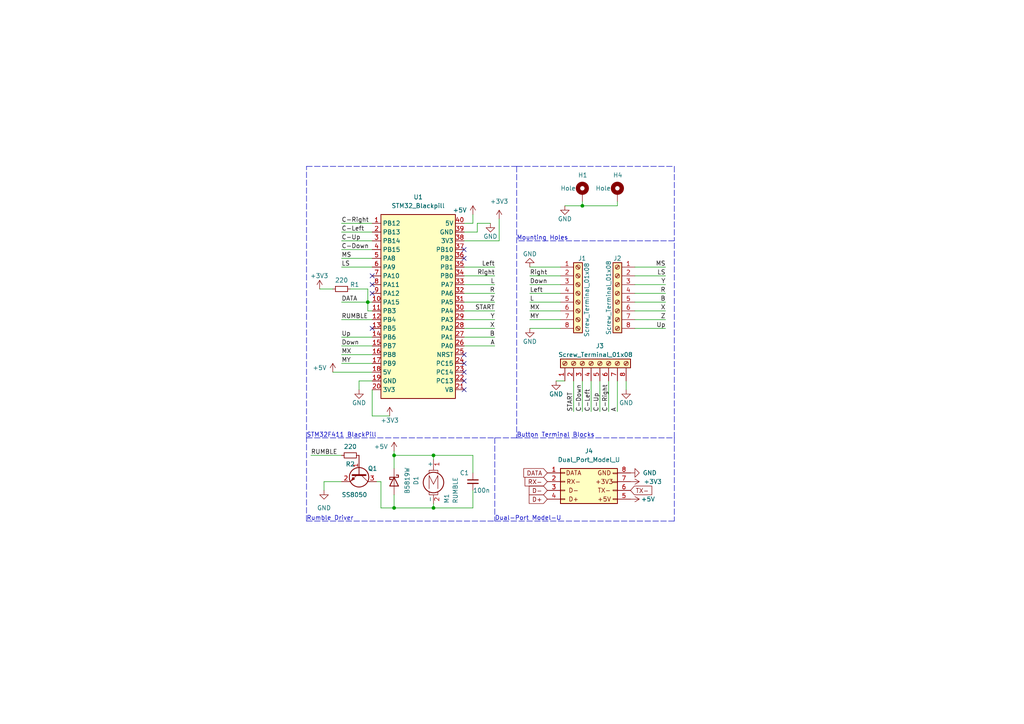
<source format=kicad_sch>
(kicad_sch (version 20211123) (generator eeschema)
  (paper "A4")
  (title_block (title "Fastbox Modular") (date "2022-02-14") (rev "1.0") (company "Sergio Dhelomme"))
  (lib_symbols
    (symbol "Connector:Screw_Terminal_01x08" (pin_names (offset 1.016) hide)
      (property "Reference" "J" (at 0 10.16 0))
      (property "Value" "Screw_Terminal_01x08" (at 0 -12.7 0))
      (symbol "Screw_Terminal_01x08_1_1"
        (rectangle (start -1.27 8.89) (end 1.27 -11.43) (stroke (width 0.254)) (fill (type background)))
        (circle (center 0 -10.16) (radius 0.635) (stroke (width 0.1524)))
        (circle (center 0 -7.62) (radius 0.635) (stroke (width 0.1524)))
        (circle (center 0 -5.08) (radius 0.635) (stroke (width 0.1524)))
        (circle (center 0 -2.54) (radius 0.635) (stroke (width 0.1524)))
        (polyline (pts (xy -0.5334 -9.8298) (xy 0.3302 -10.668)) (stroke (width 0.1524)))
        (polyline (pts (xy -0.5334 -7.2898) (xy 0.3302 -8.128)) (stroke (width 0.1524)))
        (polyline (pts (xy -0.5334 -4.7498) (xy 0.3302 -5.588)) (stroke (width 0.1524)))
        (polyline (pts (xy -0.5334 -2.2098) (xy 0.3302 -3.048)) (stroke (width 0.1524)))
        (polyline (pts (xy -0.5334 0.3302) (xy 0.3302 -0.508)) (stroke (width 0.1524)))
        (polyline (pts (xy -0.5334 2.8702) (xy 0.3302 2.032)) (stroke (width 0.1524)))
        (polyline (pts (xy -0.5334 5.4102) (xy 0.3302 4.572)) (stroke (width 0.1524)))
        (polyline (pts (xy -0.5334 7.9502) (xy 0.3302 7.112)) (stroke (width 0.1524)))
        (polyline (pts (xy -0.3556 -9.652) (xy 0.508 -10.4902)) (stroke (width 0.1524)))
        (polyline (pts (xy -0.3556 -7.112) (xy 0.508 -7.9502)) (stroke (width 0.1524)))
        (polyline (pts (xy -0.3556 -4.572) (xy 0.508 -5.4102)) (stroke (width 0.1524)))
        (polyline (pts (xy -0.3556 -2.032) (xy 0.508 -2.8702)) (stroke (width 0.1524)))
        (polyline (pts (xy -0.3556 0.508) (xy 0.508 -0.3302)) (stroke (width 0.1524)))
        (polyline (pts (xy -0.3556 3.048) (xy 0.508 2.2098)) (stroke (width 0.1524)))
        (polyline (pts (xy -0.3556 5.588) (xy 0.508 4.7498)) (stroke (width 0.1524)))
        (polyline (pts (xy -0.3556 8.128) (xy 0.508 7.2898)) (stroke (width 0.1524)))
        (circle (center 0 0) (radius 0.635) (stroke (width 0.1524)))
        (circle (center 0 2.54) (radius 0.635) (stroke (width 0.1524)))
        (circle (center 0 5.08) (radius 0.635) (stroke (width 0.1524)))
        (circle (center 0 7.62) (radius 0.635) (stroke (width 0.1524)))
        (pin passive line (at -5.08 7.62 0) (length 3.81) (name "Pin_1") (number "1"))
        (pin passive line (at -5.08 5.08 0) (length 3.81) (name "Pin_2") (number "2"))
        (pin passive line (at -5.08 2.54 0) (length 3.81) (name "Pin_3") (number "3"))
        (pin passive line (at -5.08 0 0) (length 3.81) (name "Pin_4") (number "4"))
        (pin passive line (at -5.08 -2.54 0) (length 3.81) (name "Pin_5") (number "5"))
        (pin passive line (at -5.08 -5.08 0) (length 3.81) (name "Pin_6") (number "6"))
        (pin passive line (at -5.08 -7.62 0) (length 3.81) (name "Pin_7") (number "7"))
        (pin passive line (at -5.08 -10.16 0) (length 3.81) (name "Pin_8") (number "8"))
      )
    )
    (symbol "Device:C_Small" (pin_numbers hide) (pin_names (offset 0.254) hide)
      (property "Reference" "C" (at 0.254 1.778 0))
      (property "Value" "C_Small" (at 0.254 -2.032 0))
      (symbol "C_Small_0_1"
        (polyline (pts (xy -1.524 -0.508) (xy 1.524 -0.508)) (stroke (width 0.3302)))
        (polyline (pts (xy -1.524 0.508) (xy 1.524 0.508)) (stroke (width 0.3048)))
      )
      (symbol "C_Small_1_1"
        (pin passive line (at 0 2.54 270) (length 2.032) (name "~") (number "1"))
        (pin passive line (at 0 -2.54 90) (length 2.032) (name "~") (number "2"))
      )
    )
    (symbol "Device:D_Schottky" (pin_numbers hide) (pin_names (offset 1.016) hide)
      (property "Reference" "D" (at 0 2.54 0))
      (property "Value" "D_Schottky" (at 0 -2.54 0))
      (symbol "D_Schottky_0_1"
        (polyline (pts (xy 1.27 0) (xy -1.27 0)))
        (polyline (pts (xy 1.27 1.27) (xy 1.27 -1.27) (xy -1.27 0) (xy 1.27 1.27)) (stroke (width 0.254)))
        (polyline (pts (xy -1.905 0.635) (xy -1.905 1.27) (xy -1.27 1.27) (xy -1.27 -1.27) (xy -0.635 -1.27) (xy -0.635 -0.635)) (stroke (width 0.254)))
      )
      (symbol "D_Schottky_1_1"
        (pin passive line (at -3.81 0 0) (length 2.54) (name "K") (number "1"))
        (pin passive line (at 3.81 0 180) (length 2.54) (name "A") (number "2"))
      )
    )
    (symbol "Device:Q_NPN_BEC" (pin_names (offset 0) hide)
      (property "Reference" "Q" (at 5.08 1.27 0))
      (property "Value" "Q_NPN_BEC" (at 5.08 -1.27 0))
      (symbol "Q_NPN_BEC_0_1"
        (polyline (pts (xy 0.635 0.635) (xy 2.54 2.54)))
        (polyline (pts (xy 0.635 -0.635) (xy 2.54 -2.54) (xy 2.54 -2.54)))
        (polyline (pts (xy 0.635 1.905) (xy 0.635 -1.905) (xy 0.635 -1.905)) (stroke (width 0.508)))
        (polyline (pts (xy 1.27 -1.778) (xy 1.778 -1.27) (xy 2.286 -2.286) (xy 1.27 -1.778) (xy 1.27 -1.778)) (fill (type outline)))
        (circle (center 1.27 0) (radius 2.8194) (stroke (width 0.254)))
      )
      (symbol "Q_NPN_BEC_1_1"
        (pin input line (at -5.08 0 0) (length 5.715) (name "B") (number "1"))
        (pin passive line (at 2.54 -5.08 90) (length 2.54) (name "E") (number "2"))
        (pin passive line (at 2.54 5.08 270) (length 2.54) (name "C") (number "3"))
      )
    )
    (symbol "Device:R_Small" (pin_numbers hide) (pin_names (offset 0.254) hide)
      (property "Reference" "R" (at 0.762 0.508 0))
      (property "Value" "R_Small" (at 0.762 -1.016 0))
      (symbol "R_Small_0_1"
        (rectangle (start -0.762 1.778) (end 0.762 -1.778) (stroke (width 0.2032)))
      )
      (symbol "R_Small_1_1"
        (pin passive line (at 0 2.54 270) (length 0.762) (name "~") (number "1"))
        (pin passive line (at 0 -2.54 90) (length 0.762) (name "~") (number "2"))
      )
    )
    (symbol "Mechanical:MountingHole_Pad" (pin_numbers hide) (pin_names (offset 1.016) hide)
      (property "Reference" "H" (at 0 6.35 0))
      (property "Value" "MountingHole_Pad" (at 0 4.445 0))
      (symbol "MountingHole_Pad_0_1"
        (circle (center 0 1.27) (radius 1.27) (stroke (width 1.27)))
      )
      (symbol "MountingHole_Pad_1_1"
        (pin input line (at 0 -2.54 90) (length 2.54) (name "1") (number "1"))
      )
    )
    (symbol "Motor:Motor_DC_ALT" (pin_names (offset 0))
      (property "Reference" "M" (at 2.54 2.54 0))
      (property "Value" "Motor_DC_ALT" (at 2.54 -5.08 0))
      (symbol "Motor_DC_ALT_0_0"
        (circle (center 0 -1.524) (radius 2.9718) (stroke (width 0.254)))
        (polyline (pts (xy -1.27 -4.318) (xy -1.27 -5.08) (xy 1.27 -5.08) (xy 1.27 -4.318)))
        (polyline (pts (xy -1.27 1.27) (xy -1.27 2.032) (xy 1.27 2.032) (xy 1.27 1.27)))
        (polyline (pts (xy -1.27 -3.302) (xy -1.27 0.508) (xy 0 -2.032) (xy 1.27 0.508) (xy 1.27 -3.302)))
      )
      (symbol "Motor_DC_ALT_0_1"
        (polyline (pts (xy 0 2.032) (xy 0 2.54)))
      )
      (symbol "Motor_DC_ALT_1_1"
        (pin passive line (at 0 5.08 270) (length 2.54) (name "+") (number "1"))
        (pin passive line (at 0 -7.62 90) (length 2.54) (name "-") (number "2"))
      )
    )
    (symbol "Sergio_library:Dual_Port_Model_U" (pin_names (offset 1.016) hide)
      (property "Reference" "J" (at 1.27 5.08 0))
      (property "Value" "Dual_Port_Model_U" (at 7.62 -7.62 0))
      (symbol "Dual_Port_Model_U_0_0"
        (text "+3V3" (at 11.43 0 0) (effects (font (size 1.27 1.27))))
        (text "+5V" (at 11.43 -5.08 0) (effects (font (size 1.27 1.27))))
        (text "D+" (at 2.54 -5.08 0) (effects (font (size 1.27 1.27))))
        (text "D-" (at 2.54 -2.54 0) (effects (font (size 1.27 1.27))))
        (text "DATA" (at 2.54 2.54 0) (effects (font (size 1.27 1.27))))
        (text "GND" (at 11.43 2.54 0) (effects (font (size 1.27 1.27))))
        (text "RX-" (at 2.54 0 0) (effects (font (size 1.27 1.27))))
        (text "TX-" (at 11.43 -2.54 0) (effects (font (size 1.27 1.27))))
      )
      (symbol "Dual_Port_Model_U_1_1"
        (rectangle (start -1.27 -4.953) (end 0 -5.207) (stroke (width 0.1524)))
        (rectangle (start -1.27 -2.413) (end 0 -2.667) (stroke (width 0.1524)))
        (rectangle (start -1.27 0.127) (end 0 -0.127) (stroke (width 0.1524)))
        (rectangle (start -1.27 2.667) (end 0 2.413) (stroke (width 0.1524)))
        (rectangle (start -1.27 3.81) (end 15.24 -6.35) (stroke (width 0.254)) (fill (type background)))
        (rectangle (start 13.97 0) (end 15.24 -0.254) (stroke (width 0.1524)))
        (rectangle (start 15.24 -4.953) (end 13.97 -5.207) (stroke (width 0.1524)))
        (rectangle (start 15.24 -2.413) (end 13.97 -2.667) (stroke (width 0.1524)))
        (rectangle (start 15.24 2.54) (end 13.97 2.286) (stroke (width 0.1524)))
        (pin passive line (at -5.08 2.54 0) (length 3.81) (name "Pin_1") (number "1"))
        (pin passive line (at -5.08 0 0) (length 3.81) (name "Pin_2") (number "2"))
        (pin passive line (at -5.08 -2.54 0) (length 3.81) (name "Pin_3") (number "3"))
        (pin passive line (at -5.08 -5.08 0) (length 3.81) (name "Pin_4") (number "4"))
        (pin power_in line (at 19.05 -5.08 180) (length 3.81) (name "Pin_5") (number "5"))
        (pin passive line (at 19.05 -2.54 180) (length 3.81) (name "Pin_6") (number "6"))
        (pin power_in line (at 19.05 0 180) (length 3.81) (name "Pin_7") (number "7"))
        (pin passive line (at 19.05 2.54 180) (length 3.81) (name "Pin_8") (number "8"))
      )
    )
    (symbol "Sergio_library:STM32_Blackpill"
      (property "Reference" "U1" (at -0.635 33.02 0))
      (property "Value" "STM32_Blackpill" (at -0.635 30.48 0))
      (symbol "STM32_Blackpill_0_1"
        (rectangle (start -11.43 27.94) (end 10.16 -25.4) (stroke (width 0.254)) (fill (type background)))
      )
      (symbol "STM32_Blackpill_1_1"
        (pin bidirectional line (at -13.97 25.4 0) (length 2.54) (name "PB12") (number "1"))
        (pin bidirectional line (at -13.97 2.54 0) (length 2.54) (name "PA15") (number "10"))
        (pin bidirectional line (at -13.97 0 0) (length 2.54) (name "PB3") (number "11"))
        (pin bidirectional line (at -13.97 -2.54 0) (length 2.54) (name "PB4") (number "12"))
        (pin bidirectional line (at -13.97 -5.08 0) (length 2.54) (name "PB5") (number "13"))
        (pin bidirectional line (at -13.97 -7.62 0) (length 2.54) (name "PB6") (number "14"))
        (pin bidirectional line (at -13.97 -10.16 0) (length 2.54) (name "PB7") (number "15"))
        (pin bidirectional line (at -13.97 -12.7 0) (length 2.54) (name "PB8") (number "16"))
        (pin bidirectional line (at -13.97 -15.24 0) (length 2.54) (name "PB9") (number "17"))
        (pin power_out line (at -13.97 -17.78 0) (length 2.54) (name "5V") (number "18"))
        (pin power_out line (at -13.97 -20.32 0) (length 2.54) (name "GND") (number "19"))
        (pin bidirectional line (at -13.97 22.86 0) (length 2.54) (name "PB13") (number "2"))
        (pin power_out line (at -13.97 -22.86 0) (length 2.54) (name "3V3") (number "20"))
        (pin power_in line (at 12.7 -22.86 180) (length 2.54) (name "VB") (number "21"))
        (pin bidirectional line (at 12.7 -20.32 180) (length 2.54) (name "PC13") (number "22"))
        (pin bidirectional line (at 12.7 -17.78 180) (length 2.54) (name "PC14") (number "23"))
        (pin bidirectional line (at 12.7 -15.24 180) (length 2.54) (name "PC15") (number "24"))
        (pin input line (at 12.7 -12.7 180) (length 2.54) (name "NRST") (number "25"))
        (pin bidirectional line (at 12.7 -10.16 180) (length 2.54) (name "PA0") (number "26"))
        (pin bidirectional line (at 12.7 -7.62 180) (length 2.54) (name "PA1") (number "27"))
        (pin bidirectional line (at 12.7 -5.08 180) (length 2.54) (name "PA2") (number "28"))
        (pin bidirectional line (at 12.7 -2.54 180) (length 2.54) (name "PA3") (number "29"))
        (pin bidirectional line (at -13.97 20.32 0) (length 2.54) (name "PB14") (number "3"))
        (pin bidirectional line (at 12.7 0 180) (length 2.54) (name "PA4") (number "30"))
        (pin bidirectional line (at 12.7 2.54 180) (length 2.54) (name "PA5") (number "31"))
        (pin bidirectional line (at 12.7 5.08 180) (length 2.54) (name "PA6") (number "32"))
        (pin bidirectional line (at 12.7 7.62 180) (length 2.54) (name "PA7") (number "33"))
        (pin bidirectional line (at 12.7 10.16 180) (length 2.54) (name "PB0") (number "34"))
        (pin bidirectional line (at 12.7 12.7 180) (length 2.54) (name "PB1") (number "35"))
        (pin bidirectional line (at 12.7 15.24 180) (length 2.54) (name "PB2") (number "36"))
        (pin bidirectional line (at 12.7 17.78 180) (length 2.54) (name "PB10") (number "37"))
        (pin power_in line (at 12.7 20.32 180) (length 2.54) (name "3V3") (number "38"))
        (pin power_in line (at 12.7 22.86 180) (length 2.54) (name "GND") (number "39"))
        (pin bidirectional line (at -13.97 17.78 0) (length 2.54) (name "PB15") (number "4"))
        (pin power_in line (at 12.7 25.4 180) (length 2.54) (name "5V") (number "40"))
        (pin bidirectional line (at -13.97 15.24 0) (length 2.54) (name "PA8") (number "5"))
        (pin bidirectional line (at -13.97 12.7 0) (length 2.54) (name "PA9") (number "6"))
        (pin bidirectional line (at -13.97 10.16 0) (length 2.54) (name "PA10") (number "7"))
        (pin bidirectional line (at -13.97 7.62 0) (length 2.54) (name "PA11") (number "8"))
        (pin bidirectional line (at -13.97 5.08 0) (length 2.54) (name "PA12") (number "9"))
      )
    )
    (symbol "power:+3V3" (power) (pin_names (offset 0))
      (property "Value" "+3V3" (at 0 3.556 0))
      (symbol "+3V3_0_1"
        (polyline (pts (xy -0.762 1.27) (xy 0 2.54)))
        (polyline (pts (xy 0 0) (xy 0 2.54)))
        (polyline (pts (xy 0 2.54) (xy 0.762 1.27)))
      )
      (symbol "+3V3_1_1"
        (pin power_in line (at 0 0 90) (length 0) hide (name "+3V3") (number "1"))
      )
    )
    (symbol "power:+5V" (power) (pin_names (offset 0))
      (property "Value" "+5V" (at 0 3.556 0))
      (symbol "+5V_0_1"
        (polyline (pts (xy -0.762 1.27) (xy 0 2.54)))
        (polyline (pts (xy 0 0) (xy 0 2.54)))
        (polyline (pts (xy 0 2.54) (xy 0.762 1.27)))
      )
      (symbol "+5V_1_1"
        (pin power_in line (at 0 0 90) (length 0) hide (name "+5V") (number "1"))
      )
    )
    (symbol "power:GND" (power) (pin_names (offset 0))
      (property "Value" "GND" (at 0 -3.81 0))
      (symbol "GND_0_1"
        (polyline (pts (xy 0 0) (xy 0 -1.27) (xy 1.27 -1.27) (xy 0 -2.54) (xy -1.27 -1.27) (xy 0 -1.27)))
      )
      (symbol "GND_1_1"
        (pin power_in line (at 0 0 270) (length 0) hide (name "GND") (number "1"))
      )
    )
  )
  (junction (at 114.3 132.08))
  (junction (at 114.3 147.32))
  (junction (at 125.73 132.08))
  (junction (at 106.68 87.63))
  (junction (at 125.73 147.32))
  (junction (at 168.91 59.69))
  (no_connect (at 107.95 82.55))
  (no_connect (at 107.95 80.01))
  (no_connect (at 134.62 102.87))
  (no_connect (at 134.62 113.03))
  (no_connect (at 134.62 107.95))
  (no_connect (at 134.62 110.49))
  (no_connect (at 134.62 105.41))
  (no_connect (at 134.62 72.39))
  (no_connect (at 134.62 74.93))
  (no_connect (at 107.95 85.09))
  (no_connect (at 107.95 95.25))
  (wire (pts (xy 179.07 110.49) (xy 179.07 119.38)))
  (polyline (pts (xy 88.9 151.13) (xy 143.51 151.13)))
  (polyline (pts (xy 149.86 48.26) (xy 195.58 48.26)))
  (wire (pts (xy 137.16 142.24) (xy 137.16 147.32)))
  (wire (pts (xy 184.15 77.47) (xy 193.04 77.47)))
  (wire (pts (xy 134.62 87.63) (xy 143.51 87.63)))
  (wire (pts (xy 168.91 119.38) (xy 168.91 110.49)))
  (wire (pts (xy 107.95 102.87) (xy 99.06 102.87)))
  (wire (pts (xy 114.3 132.08) (xy 114.3 135.89)))
  (wire (pts (xy 134.62 100.33) (xy 143.51 100.33)))
  (wire (pts (xy 99.06 132.08) (xy 90.17 132.08)))
  (wire (pts (xy 184.15 85.09) (xy 193.04 85.09)))
  (polyline (pts (xy 143.51 127) (xy 143.51 151.13)))
  (polyline (pts (xy 195.58 69.85) (xy 149.86 69.85)))
  (wire (pts (xy 134.62 97.79) (xy 143.51 97.79)))
  (wire (pts (xy 138.43 67.31) (xy 138.43 64.77)))
  (wire (pts (xy 125.73 132.08) (xy 125.73 133.35)))
  (wire (pts (xy 134.62 77.47) (xy 143.51 77.47)))
  (wire (pts (xy 107.95 77.47) (xy 99.06 77.47)))
  (wire (pts (xy 179.07 59.69) (xy 179.07 58.42)))
  (wire (pts (xy 106.68 90.17) (xy 106.68 87.63)))
  (polyline (pts (xy 88.9 127) (xy 88.9 48.26)))
  (wire (pts (xy 162.56 85.09) (xy 153.67 85.09)))
  (polyline (pts (xy 195.58 127) (xy 195.58 151.13)))
  (wire (pts (xy 162.56 80.01) (xy 153.67 80.01)))
  (wire (pts (xy 176.53 110.49) (xy 176.53 119.38)))
  (wire (pts (xy 107.95 69.85) (xy 99.06 69.85)))
  (wire (pts (xy 138.43 64.77) (xy 142.24 64.77)))
  (wire (pts (xy 107.95 74.93) (xy 99.06 74.93)))
  (wire (pts (xy 125.73 146.05) (xy 125.73 147.32)))
  (wire (pts (xy 168.91 59.69) (xy 179.07 59.69)))
  (wire (pts (xy 109.22 139.7) (xy 110.49 139.7)))
  (wire (pts (xy 162.56 92.71) (xy 153.67 92.71)))
  (wire (pts (xy 134.62 95.25) (xy 143.51 95.25)))
  (wire (pts (xy 144.78 69.85) (xy 144.78 63.5)))
  (wire (pts (xy 184.15 87.63) (xy 193.04 87.63)))
  (polyline (pts (xy 195.58 127) (xy 195.58 69.85)))
  (wire (pts (xy 162.56 82.55) (xy 153.67 82.55)))
  (wire (pts (xy 162.56 77.47) (xy 153.67 77.47)))
  (polyline (pts (xy 149.86 127) (xy 143.51 127)))
  (wire (pts (xy 184.15 80.01) (xy 193.04 80.01)))
  (wire (pts (xy 93.98 139.7) (xy 93.98 142.24)))
  (wire (pts (xy 163.83 59.69) (xy 168.91 59.69)))
  (wire (pts (xy 107.95 90.17) (xy 106.68 90.17)))
  (wire (pts (xy 106.68 83.82) (xy 106.68 87.63)))
  (wire (pts (xy 99.06 139.7) (xy 93.98 139.7)))
  (wire (pts (xy 137.16 64.77) (xy 134.62 64.77)))
  (wire (pts (xy 107.95 110.49) (xy 104.14 110.49)))
  (wire (pts (xy 184.15 92.71) (xy 193.04 92.71)))
  (polyline (pts (xy 88.9 127) (xy 143.51 127)))
  (wire (pts (xy 107.95 105.41) (xy 99.06 105.41)))
  (wire (pts (xy 114.3 130.81) (xy 114.3 132.08)))
  (polyline (pts (xy 195.58 48.26) (xy 195.58 69.85)))
  (wire (pts (xy 134.62 90.17) (xy 143.51 90.17)))
  (polyline (pts (xy 88.9 48.26) (xy 149.86 48.26)))
  (wire (pts (xy 162.56 87.63) (xy 153.67 87.63)))
  (wire (pts (xy 110.49 139.7) (xy 110.49 147.32)))
  (wire (pts (xy 125.73 132.08) (xy 137.16 132.08)))
  (wire (pts (xy 173.99 110.49) (xy 173.99 119.38)))
  (polyline (pts (xy 88.9 151.13) (xy 88.9 127)))
  (wire (pts (xy 104.14 110.49) (xy 104.14 113.03)))
  (polyline (pts (xy 149.86 127) (xy 195.58 127)))
  (wire (pts (xy 166.37 110.49) (xy 166.37 119.38)))
  (wire (pts (xy 134.62 92.71) (xy 143.51 92.71)))
  (wire (pts (xy 107.95 120.65) (xy 113.03 120.65)))
  (wire (pts (xy 134.62 69.85) (xy 144.78 69.85)))
  (wire (pts (xy 96.52 83.82) (xy 92.71 83.82)))
  (wire (pts (xy 107.95 97.79) (xy 99.06 97.79)))
  (wire (pts (xy 163.83 110.49) (xy 161.29 110.49)))
  (wire (pts (xy 107.95 64.77) (xy 99.06 64.77)))
  (wire (pts (xy 184.15 90.17) (xy 193.04 90.17)))
  (wire (pts (xy 181.61 110.49) (xy 181.61 113.03)))
  (wire (pts (xy 107.95 92.71) (xy 99.06 92.71)))
  (wire (pts (xy 96.52 107.95) (xy 107.95 107.95)))
  (wire (pts (xy 107.95 113.03) (xy 107.95 120.65)))
  (wire (pts (xy 107.95 100.33) (xy 99.06 100.33)))
  (wire (pts (xy 134.62 67.31) (xy 138.43 67.31)))
  (polyline (pts (xy 195.58 151.13) (xy 143.51 151.13)))
  (wire (pts (xy 137.16 137.16) (xy 137.16 132.08)))
  (wire (pts (xy 99.06 87.63) (xy 106.68 87.63)))
  (wire (pts (xy 107.95 72.39) (xy 99.06 72.39)))
  (wire (pts (xy 134.62 82.55) (xy 143.51 82.55)))
  (wire (pts (xy 134.62 80.01) (xy 143.51 80.01)))
  (wire (pts (xy 171.45 110.49) (xy 171.45 119.38)))
  (wire (pts (xy 114.3 147.32) (xy 125.73 147.32)))
  (wire (pts (xy 162.56 90.17) (xy 153.67 90.17)))
  (wire (pts (xy 125.73 132.08) (xy 114.3 132.08)))
  (wire (pts (xy 106.68 87.63) (xy 107.95 87.63)))
  (wire (pts (xy 101.6 83.82) (xy 106.68 83.82)))
  (polyline (pts (xy 149.86 48.26) (xy 149.86 127)))
  (wire (pts (xy 137.16 147.32) (xy 125.73 147.32)))
  (wire (pts (xy 110.49 147.32) (xy 114.3 147.32)))
  (wire (pts (xy 107.95 67.31) (xy 99.06 67.31)))
  (wire (pts (xy 168.91 58.42) (xy 168.91 59.69)))
  (wire (pts (xy 137.16 62.23) (xy 137.16 64.77)))
  (wire (pts (xy 184.15 82.55) (xy 193.04 82.55)))
  (wire (pts (xy 114.3 147.32) (xy 114.3 143.51)))
  (wire (pts (xy 184.15 95.25) (xy 193.04 95.25)))
  (wire (pts (xy 153.67 95.25) (xy 162.56 95.25)))
  (wire (pts (xy 134.62 85.09) (xy 143.51 85.09)))
  (text "Mounting Holes" (at 149.86 69.85 0) (effects (font (size 1.27 1.27)) (justify left bottom)))
  (text "STM32F411 BlackPill" (at 88.9 127 0) (effects (font (size 1.27 1.27)) (justify left bottom)))
  (text "Button Terminal Blocks" (at 149.86 127 0) (effects (font (size 1.27 1.27)) (justify left bottom)))
  (text "Rumble Driver" (at 88.9 151.13 0) (effects (font (size 1.27 1.27)) (justify left bottom)))
  (text "Dual-Port Model-U" (at 143.51 151.13 0) (effects (font (size 1.27 1.27)) (justify left bottom)))
  (label "R" (at 193.04 85.09 180))
  (label "START" (at 166.37 119.38 90))
  (label "Left" (at 153.67 85.09 0))
  (label "Up" (at 99.06 97.79 0))
  (label "MS" (at 193.04 77.47 180))
  (label "A" (at 143.51 100.33 180))
  (label "Left" (at 143.51 77.47 180))
  (label "MY" (at 99.06 105.41 0))
  (label "R" (at 143.51 85.09 180))
  (label "Z" (at 193.04 92.71 180))
  (label "Y" (at 193.04 82.55 180))
  (label "Right" (at 153.67 80.01 0))
  (label "L" (at 143.51 82.55 180))
  (label "A" (at 179.07 119.38 90))
  (label "Down" (at 99.06 100.33 0))
  (label "C-Up" (at 99.06 69.85 0))
  (label "DATA" (at 99.06 87.63 0))
  (label "C-Left" (at 99.06 67.31 0))
  (label "C-Up" (at 173.99 119.38 90))
  (label "L" (at 153.67 87.63 0))
  (label "X" (at 193.04 90.17 180))
  (label "Down" (at 153.67 82.55 0))
  (label "Right" (at 143.51 80.01 180))
  (label "MS" (at 99.06 74.93 0))
  (label "C-Right" (at 99.06 64.77 0))
  (label "RUMBLE" (at 99.06 92.71 0))
  (label "Up" (at 193.04 95.25 180))
  (label "C-Down" (at 99.06 72.39 0))
  (label "C-Right" (at 176.53 119.38 90))
  (label "START" (at 143.51 90.17 180))
  (label "B" (at 193.04 87.63 180))
  (label "RUMBLE" (at 90.17 132.08 0))
  (label "C-Left" (at 171.45 119.38 90))
  (label "LS" (at 193.04 80.01 180))
  (label "X" (at 143.51 95.25 180))
  (label "B" (at 143.51 97.79 180))
  (label "Z" (at 143.51 87.63 180))
  (label "MX" (at 153.67 90.17 0))
  (label "MX" (at 99.06 102.87 0))
  (label "C-Down" (at 168.91 119.38 90))
  (label "MY" (at 153.67 92.71 0))
  (label "LS" (at 99.06 77.47 0))
  (label "Y" (at 143.51 92.71 180))
  (global_label "DATA" (shape input) (at 158.75 137.16 180) (property "Intersheet References" "${INTERSHEET_REFS}" (effects hide)))
  (global_label "D-" (shape input) (at 158.75 142.24 180) (property "Intersheet References" "${INTERSHEET_REFS}" (effects hide)))
  (global_label "D+" (shape input) (at 158.75 144.78 180) (property "Intersheet References" "${INTERSHEET_REFS}" (effects hide)))
  (global_label "RX-" (shape input) (at 158.75 139.7 180) (property "Intersheet References" "${INTERSHEET_REFS}" (effects hide)))
  (global_label "TX-" (shape input) (at 182.88 142.24 0) (property "Intersheet References" "${INTERSHEET_REFS}" (effects hide)))
  (symbol (lib_id "power:GND") (at 153.67 95.25 0) (unit 1)
    (property "Reference" "#PWR0105" (effects hide))
    (property "Value" "GND" (at 153.67 99.06 0))
  )
  (symbol (lib_id "power:GND") (at 153.67 77.47 0) (mirror x) (unit 1)
    (property "Reference" "#PWR0104" (effects hide))
    (property "Value" "GND" (at 153.67 73.66 0))
  )
  (symbol (lib_id "power:+3V3") (at 113.03 120.65 0) (unit 1)
    (property "Reference" "#PWR06" (effects hide))
    (property "Value" "+3V3" (at 113.03 121.92 0))
  )
  (symbol (lib_id "power:GND") (at 163.83 59.69 0) (unit 1)
    (property "Reference" "#PWR01" (effects hide))
    (property "Value" "GND" (at 163.83 63.5 0))
  )
  (symbol (lib_id "power:GND") (at 181.61 113.03 0) (unit 1)
    (property "Reference" "#PWR0107" (effects hide))
    (property "Value" "GND" (at 181.61 116.84 0))
  )
  (symbol (lib_id "power:+5V") (at 182.88 144.78 270) (mirror x) (unit 1)
    (property "Reference" "#PWR0101" (effects hide))
    (property "Value" "+5V" (at 187.96 144.78 90))
  )
  (symbol (lib_id "power:GND") (at 142.24 64.77 0) (unit 1)
    (property "Reference" "#PWR03" (effects hide))
    (property "Value" "GND" (at 142.24 68.58 0))
  )
  (symbol (lib_id "power:+5V") (at 114.3 130.81 0) (unit 1)
    (property "Reference" "#PWR010" (effects hide))
    (property "Value" "+5V" (at 110.49 129.54 0))
  )
  (symbol (lib_id "power:GND") (at 161.29 110.49 0) (unit 1)
    (property "Reference" "#PWR0106" (effects hide))
    (property "Value" "GND" (at 161.29 114.3 0))
  )
  (symbol (lib_id "Device:C_Small") (at 137.16 139.7 0) (unit 1)
    (property "Reference" "C1" (at 133.35 137.16 0) (effects (justify left)))
    (property "Value" "100n" (at 137.16 142.24 0) (effects (justify left)))
    (property "Footprint" "Capacitor_SMD:C_0402_1005Metric" (effects hide))
    (property "JLBPCB part #" "C307331" (effects hide))
  )
  (symbol (lib_id "Device:D_Schottky") (at 114.3 139.7 270) (unit 1)
    (property "Reference" "D1" (at 120.65 139.3825 0))
    (property "Value" "B5819W" (at 118.11 139.3825 0))
    (property "Footprint" "Diode_SMD:D_SOD-123" (effects hide))
    (property "JLBPCB part #" "C8598" (effects hide))
  )
  (symbol (lib_id "Motor:Motor_DC_ALT") (at 125.73 138.43 0) (unit 1)
    (property "Reference" "M1" (at 129.54 146.05 90) (effects (justify left)))
    (property "Value" "RUMBLE" (at 132.08 146.05 90) (effects (justify left)))
    (property "Footprint" "TerminalBlock_Phoenix:TerminalBlock_Phoenix_MPT-0,5-2-2.54_1x02_P2.54mm_Horizontal" (effects hide))
    (property "JLBPCB part #" "-" (effects hide))
  )
  (symbol (lib_id "Mechanical:MountingHole_Pad") (at 179.07 55.88 0) (unit 1)
    (property "Reference" "H4" (at 177.8 50.8 0) (effects (justify left)))
    (property "Value" "Hole" (at 172.72 54.61 0) (effects (justify left)))
    (property "Footprint" "MountingHole:MountingHole_4.3mm_M4_Pad" (effects hide))
    (property "JLBPCB part #" "-" (effects hide))
  )
  (symbol (lib_id "Sergio_library:Dual_Port_Model_U") (at 163.83 139.7 0) (unit 1)
    (property "Reference" "J4" (at 170.815 130.81 0))
    (property "Value" "Dual_Port_Model_U" (at 170.815 133.35 0))
    (property "Footprint" "Sergio_footprints:Dual_Port_Model_U" (effects hide))
  )
  (symbol (lib_id "Connector:Screw_Terminal_01x08") (at 179.07 85.09 0) (mirror y) (unit 1)
    (property "Reference" "J2" (at 179.07 74.93 0))
    (property "Value" "Screw_Terminal_01x08" (at 176.53 86.36 90))
    (property "Footprint" "TerminalBlock_Phoenix:TerminalBlock_Phoenix_MPT-0,5-8-2.54_1x08_P2.54mm_Horizontal" (effects hide))
  )
  (symbol (lib_id "Sergio_library:STM32_Blackpill") (at 121.92 90.17 0) (unit 1)
    (property "Reference" "U1" (at 121.285 57.15 0))
    (property "Value" "STM32_Blackpill" (at 121.285 59.69 0))
    (property "Footprint" "Sergio_footprints:STM32_Blackpill" (effects hide))
  )
  (symbol (lib_id "power:GND") (at 182.88 137.16 90) (mirror x) (unit 1)
    (property "Reference" "#PWR011" (effects hide))
    (property "Value" "GND" (at 190.5 137.16 90) (effects (justify left)))
  )
  (symbol (lib_id "Device:R_Small") (at 99.06 83.82 90) (unit 1)
    (property "Reference" "R1" (at 102.87 82.55 90))
    (property "Value" "220" (at 99.06 81.28 90))
    (property "Footprint" "Resistor_SMD:R_0603_1608Metric" (effects hide))
    (property "JLBPCB part #" "C22962" (effects hide))
  )
  (symbol (lib_id "Mechanical:MountingHole_Pad") (at 168.91 55.88 0) (unit 1)
    (property "Reference" "H1" (at 167.64 50.8 0) (effects (justify left)))
    (property "Value" "Hole" (at 162.56 54.61 0) (effects (justify left)))
    (property "Footprint" "MountingHole:MountingHole_4.3mm_M4_Pad" (effects hide))
    (property "JLBPCB part #" "-" (effects hide))
  )
  (symbol (lib_id "power:+3V3") (at 144.78 63.5 0) (unit 1)
    (property "Reference" "#PWR02" (effects hide))
    (property "Value" "+3V3" (at 144.78 58.42 0))
  )
  (symbol (lib_id "power:+5V") (at 96.52 107.95 0) (unit 1)
    (property "Reference" "#PWR0103" (effects hide))
    (property "Value" "+5V" (at 92.71 106.68 0))
  )
  (symbol (lib_id "power:+3V3") (at 92.71 83.82 0) (unit 1)
    (property "Reference" "#PWR04" (effects hide))
    (property "Value" "+3V3" (at 95.25 80.01 0) (effects (justify right)))
  )
  (symbol (lib_id "power:+5V") (at 137.16 62.23 0) (unit 1)
    (property "Reference" "#PWR0102" (effects hide))
    (property "Value" "+5V" (at 133.35 60.96 0))
  )
  (symbol (lib_id "power:GND") (at 93.98 142.24 0) (unit 1)
    (property "Reference" "#PWR013" (effects hide))
    (property "Value" "GND" (at 93.98 147.32 0))
  )
  (symbol (lib_id "Connector:Screw_Terminal_01x08") (at 171.45 105.41 90) (unit 1)
    (property "Reference" "J3" (at 173.99 100.33 90))
    (property "Value" "Screw_Terminal_01x08" (at 172.72 102.87 90))
    (property "Footprint" "TerminalBlock_Phoenix:TerminalBlock_Phoenix_MPT-0,5-8-2.54_1x08_P2.54mm_Horizontal" (effects hide))
  )
  (symbol (lib_id "power:+3V3") (at 182.88 139.7 270) (mirror x) (unit 1)
    (property "Reference" "#PWR012" (effects hide))
    (property "Value" "+3V3" (at 186.69 139.6999 90) (effects (justify left)))
  )
  (symbol (lib_id "Device:Q_NPN_BEC") (at 104.14 137.16 270) (unit 1)
    (property "Reference" "Q1" (at 106.68 135.89 90) (effects (justify left)))
    (property "Value" "SS8050" (at 99.06 143.51 90) (effects (justify left)))
    (property "Footprint" "Package_TO_SOT_SMD:SOT-23" (effects hide))
    (property "JLBPCB part #" "C2150" (effects hide))
  )
  (symbol (lib_id "power:GND") (at 104.14 113.03 0) (unit 1)
    (property "Reference" "#PWR05" (effects hide))
    (property "Value" "GND" (at 104.14 116.84 0))
  )
  (symbol (lib_id "Connector:Screw_Terminal_01x08") (at 167.64 85.09 0) (unit 1)
    (property "Reference" "J1" (at 167.64 74.93 0) (effects (justify left)))
    (property "Value" "Screw_Terminal_01x08" (at 170.18 97.79 90) (effects (justify left)))
    (property "Footprint" "TerminalBlock_Phoenix:TerminalBlock_Phoenix_MPT-0,5-8-2.54_1x08_P2.54mm_Horizontal" (effects hide))
  )
  (symbol (lib_id "Device:R_Small") (at 101.6 132.08 90) (unit 1)
    (property "Reference" "R2" (at 101.6 134.62 90))
    (property "Value" "220" (at 101.6 129.54 90))
    (property "Footprint" "Resistor_SMD:R_0603_1608Metric" (effects hide))
    (property "JLBPCB part #" "C22962" (effects hide))
  )
)
</source>
